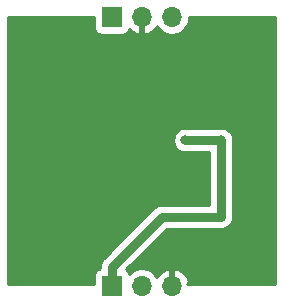
<source format=gbr>
G04 #@! TF.GenerationSoftware,KiCad,Pcbnew,(5.1.5)-3*
G04 #@! TF.CreationDate,2019-12-30T09:48:32+04:00*
G04 #@! TF.ProjectId,ad8066_filter,61643830-3636-45f6-9669-6c7465722e6b,rev?*
G04 #@! TF.SameCoordinates,Original*
G04 #@! TF.FileFunction,Copper,L2,Bot*
G04 #@! TF.FilePolarity,Positive*
%FSLAX46Y46*%
G04 Gerber Fmt 4.6, Leading zero omitted, Abs format (unit mm)*
G04 Created by KiCad (PCBNEW (5.1.5)-3) date 2019-12-30 09:48:32*
%MOMM*%
%LPD*%
G04 APERTURE LIST*
%ADD10O,1.700000X1.700000*%
%ADD11R,1.700000X1.700000*%
%ADD12C,0.800000*%
%ADD13C,0.762000*%
%ADD14C,0.254000*%
G04 APERTURE END LIST*
D10*
X167640000Y-77597000D03*
X165100000Y-77597000D03*
D11*
X162560000Y-77597000D03*
D10*
X167640000Y-100330000D03*
X165100000Y-100330000D03*
D11*
X162560000Y-100330000D03*
D12*
X168783000Y-88011000D03*
X173863000Y-88011000D03*
X157988000Y-97155000D03*
X157988000Y-95123000D03*
X173990000Y-96538000D03*
X161500000Y-91821000D03*
X171831000Y-94470000D03*
X171822000Y-88011000D03*
D13*
X166808000Y-94470000D02*
X171131000Y-94470000D01*
X171131000Y-94470000D02*
X171831000Y-94470000D01*
X162560000Y-98718000D02*
X166808000Y-94470000D01*
X162560000Y-100330000D02*
X162560000Y-98718000D01*
X171831000Y-88020000D02*
X171822000Y-88011000D01*
X171831000Y-94470000D02*
X171831000Y-88020000D01*
X171822000Y-88011000D02*
X168783000Y-88011000D01*
D14*
G36*
X161071928Y-78447000D02*
G01*
X161084188Y-78571482D01*
X161120498Y-78691180D01*
X161179463Y-78801494D01*
X161258815Y-78898185D01*
X161355506Y-78977537D01*
X161465820Y-79036502D01*
X161585518Y-79072812D01*
X161710000Y-79085072D01*
X163410000Y-79085072D01*
X163534482Y-79072812D01*
X163654180Y-79036502D01*
X163764494Y-78977537D01*
X163861185Y-78898185D01*
X163940537Y-78801494D01*
X163999502Y-78691180D01*
X164023966Y-78610534D01*
X164099731Y-78694588D01*
X164333080Y-78868641D01*
X164595901Y-78993825D01*
X164743110Y-79038476D01*
X164973000Y-78917155D01*
X164973000Y-77724000D01*
X164953000Y-77724000D01*
X164953000Y-77597000D01*
X165247000Y-77597000D01*
X165247000Y-77724000D01*
X165227000Y-77724000D01*
X165227000Y-78917155D01*
X165456890Y-79038476D01*
X165604099Y-78993825D01*
X165866920Y-78868641D01*
X166100269Y-78694588D01*
X166295178Y-78478355D01*
X166364805Y-78361466D01*
X166486525Y-78543632D01*
X166693368Y-78750475D01*
X166936589Y-78912990D01*
X167206842Y-79024932D01*
X167493740Y-79082000D01*
X167786260Y-79082000D01*
X168073158Y-79024932D01*
X168343411Y-78912990D01*
X168586632Y-78750475D01*
X168793475Y-78543632D01*
X168955990Y-78300411D01*
X169067932Y-78030158D01*
X169125000Y-77743260D01*
X169125000Y-77597000D01*
X176403000Y-77597000D01*
X176403000Y-100203000D01*
X169125000Y-100203000D01*
X169125000Y-100202998D01*
X168960815Y-100202998D01*
X169081481Y-99973109D01*
X168984157Y-99698748D01*
X168835178Y-99448645D01*
X168640269Y-99232412D01*
X168406920Y-99058359D01*
X168144099Y-98933175D01*
X167996890Y-98888524D01*
X167767000Y-99009845D01*
X167767000Y-100203000D01*
X167513000Y-100203000D01*
X167513000Y-99009845D01*
X167283110Y-98888524D01*
X167135901Y-98933175D01*
X166873080Y-99058359D01*
X166639731Y-99232412D01*
X166444822Y-99448645D01*
X166375195Y-99565534D01*
X166253475Y-99383368D01*
X166046632Y-99176525D01*
X165803411Y-99014010D01*
X165533158Y-98902068D01*
X165246260Y-98845000D01*
X164953740Y-98845000D01*
X164666842Y-98902068D01*
X164396589Y-99014010D01*
X164153368Y-99176525D01*
X164021513Y-99308380D01*
X163999502Y-99235820D01*
X163940537Y-99125506D01*
X163861185Y-99028815D01*
X163764979Y-98949861D01*
X167228841Y-95486000D01*
X171633541Y-95486000D01*
X171729061Y-95505000D01*
X171932939Y-95505000D01*
X172132898Y-95465226D01*
X172321256Y-95387205D01*
X172490774Y-95273937D01*
X172634937Y-95129774D01*
X172748205Y-94960256D01*
X172826226Y-94771898D01*
X172866000Y-94571939D01*
X172866000Y-94368061D01*
X172847000Y-94272541D01*
X172847000Y-88163213D01*
X172857000Y-88112939D01*
X172857000Y-87909061D01*
X172817226Y-87709102D01*
X172739205Y-87520744D01*
X172625937Y-87351226D01*
X172481774Y-87207063D01*
X172312256Y-87093795D01*
X172123898Y-87015774D01*
X171923939Y-86976000D01*
X171720061Y-86976000D01*
X171624541Y-86995000D01*
X168980459Y-86995000D01*
X168884939Y-86976000D01*
X168681061Y-86976000D01*
X168481102Y-87015774D01*
X168292744Y-87093795D01*
X168123226Y-87207063D01*
X167979063Y-87351226D01*
X167865795Y-87520744D01*
X167787774Y-87709102D01*
X167748000Y-87909061D01*
X167748000Y-88112939D01*
X167787774Y-88312898D01*
X167865795Y-88501256D01*
X167979063Y-88670774D01*
X168123226Y-88814937D01*
X168292744Y-88928205D01*
X168481102Y-89006226D01*
X168681061Y-89046000D01*
X168884939Y-89046000D01*
X168980459Y-89027000D01*
X170815001Y-89027000D01*
X170815000Y-93454000D01*
X166857893Y-93454000D01*
X166807999Y-93449086D01*
X166758105Y-93454000D01*
X166758098Y-93454000D01*
X166608829Y-93468702D01*
X166417313Y-93526798D01*
X166240810Y-93621140D01*
X166086104Y-93748104D01*
X166054292Y-93786867D01*
X161876868Y-97964292D01*
X161838105Y-97996104D01*
X161711141Y-98150810D01*
X161616799Y-98327313D01*
X161558702Y-98518830D01*
X161539085Y-98718000D01*
X161544001Y-98767911D01*
X161544001Y-98866782D01*
X161465820Y-98890498D01*
X161355506Y-98949463D01*
X161258815Y-99028815D01*
X161179463Y-99125506D01*
X161120498Y-99235820D01*
X161084188Y-99355518D01*
X161071928Y-99480000D01*
X161071928Y-100203000D01*
X153797000Y-100203000D01*
X153797000Y-77597000D01*
X161071928Y-77597000D01*
X161071928Y-78447000D01*
G37*
X161071928Y-78447000D02*
X161084188Y-78571482D01*
X161120498Y-78691180D01*
X161179463Y-78801494D01*
X161258815Y-78898185D01*
X161355506Y-78977537D01*
X161465820Y-79036502D01*
X161585518Y-79072812D01*
X161710000Y-79085072D01*
X163410000Y-79085072D01*
X163534482Y-79072812D01*
X163654180Y-79036502D01*
X163764494Y-78977537D01*
X163861185Y-78898185D01*
X163940537Y-78801494D01*
X163999502Y-78691180D01*
X164023966Y-78610534D01*
X164099731Y-78694588D01*
X164333080Y-78868641D01*
X164595901Y-78993825D01*
X164743110Y-79038476D01*
X164973000Y-78917155D01*
X164973000Y-77724000D01*
X164953000Y-77724000D01*
X164953000Y-77597000D01*
X165247000Y-77597000D01*
X165247000Y-77724000D01*
X165227000Y-77724000D01*
X165227000Y-78917155D01*
X165456890Y-79038476D01*
X165604099Y-78993825D01*
X165866920Y-78868641D01*
X166100269Y-78694588D01*
X166295178Y-78478355D01*
X166364805Y-78361466D01*
X166486525Y-78543632D01*
X166693368Y-78750475D01*
X166936589Y-78912990D01*
X167206842Y-79024932D01*
X167493740Y-79082000D01*
X167786260Y-79082000D01*
X168073158Y-79024932D01*
X168343411Y-78912990D01*
X168586632Y-78750475D01*
X168793475Y-78543632D01*
X168955990Y-78300411D01*
X169067932Y-78030158D01*
X169125000Y-77743260D01*
X169125000Y-77597000D01*
X176403000Y-77597000D01*
X176403000Y-100203000D01*
X169125000Y-100203000D01*
X169125000Y-100202998D01*
X168960815Y-100202998D01*
X169081481Y-99973109D01*
X168984157Y-99698748D01*
X168835178Y-99448645D01*
X168640269Y-99232412D01*
X168406920Y-99058359D01*
X168144099Y-98933175D01*
X167996890Y-98888524D01*
X167767000Y-99009845D01*
X167767000Y-100203000D01*
X167513000Y-100203000D01*
X167513000Y-99009845D01*
X167283110Y-98888524D01*
X167135901Y-98933175D01*
X166873080Y-99058359D01*
X166639731Y-99232412D01*
X166444822Y-99448645D01*
X166375195Y-99565534D01*
X166253475Y-99383368D01*
X166046632Y-99176525D01*
X165803411Y-99014010D01*
X165533158Y-98902068D01*
X165246260Y-98845000D01*
X164953740Y-98845000D01*
X164666842Y-98902068D01*
X164396589Y-99014010D01*
X164153368Y-99176525D01*
X164021513Y-99308380D01*
X163999502Y-99235820D01*
X163940537Y-99125506D01*
X163861185Y-99028815D01*
X163764979Y-98949861D01*
X167228841Y-95486000D01*
X171633541Y-95486000D01*
X171729061Y-95505000D01*
X171932939Y-95505000D01*
X172132898Y-95465226D01*
X172321256Y-95387205D01*
X172490774Y-95273937D01*
X172634937Y-95129774D01*
X172748205Y-94960256D01*
X172826226Y-94771898D01*
X172866000Y-94571939D01*
X172866000Y-94368061D01*
X172847000Y-94272541D01*
X172847000Y-88163213D01*
X172857000Y-88112939D01*
X172857000Y-87909061D01*
X172817226Y-87709102D01*
X172739205Y-87520744D01*
X172625937Y-87351226D01*
X172481774Y-87207063D01*
X172312256Y-87093795D01*
X172123898Y-87015774D01*
X171923939Y-86976000D01*
X171720061Y-86976000D01*
X171624541Y-86995000D01*
X168980459Y-86995000D01*
X168884939Y-86976000D01*
X168681061Y-86976000D01*
X168481102Y-87015774D01*
X168292744Y-87093795D01*
X168123226Y-87207063D01*
X167979063Y-87351226D01*
X167865795Y-87520744D01*
X167787774Y-87709102D01*
X167748000Y-87909061D01*
X167748000Y-88112939D01*
X167787774Y-88312898D01*
X167865795Y-88501256D01*
X167979063Y-88670774D01*
X168123226Y-88814937D01*
X168292744Y-88928205D01*
X168481102Y-89006226D01*
X168681061Y-89046000D01*
X168884939Y-89046000D01*
X168980459Y-89027000D01*
X170815001Y-89027000D01*
X170815000Y-93454000D01*
X166857893Y-93454000D01*
X166807999Y-93449086D01*
X166758105Y-93454000D01*
X166758098Y-93454000D01*
X166608829Y-93468702D01*
X166417313Y-93526798D01*
X166240810Y-93621140D01*
X166086104Y-93748104D01*
X166054292Y-93786867D01*
X161876868Y-97964292D01*
X161838105Y-97996104D01*
X161711141Y-98150810D01*
X161616799Y-98327313D01*
X161558702Y-98518830D01*
X161539085Y-98718000D01*
X161544001Y-98767911D01*
X161544001Y-98866782D01*
X161465820Y-98890498D01*
X161355506Y-98949463D01*
X161258815Y-99028815D01*
X161179463Y-99125506D01*
X161120498Y-99235820D01*
X161084188Y-99355518D01*
X161071928Y-99480000D01*
X161071928Y-100203000D01*
X153797000Y-100203000D01*
X153797000Y-77597000D01*
X161071928Y-77597000D01*
X161071928Y-78447000D01*
M02*

</source>
